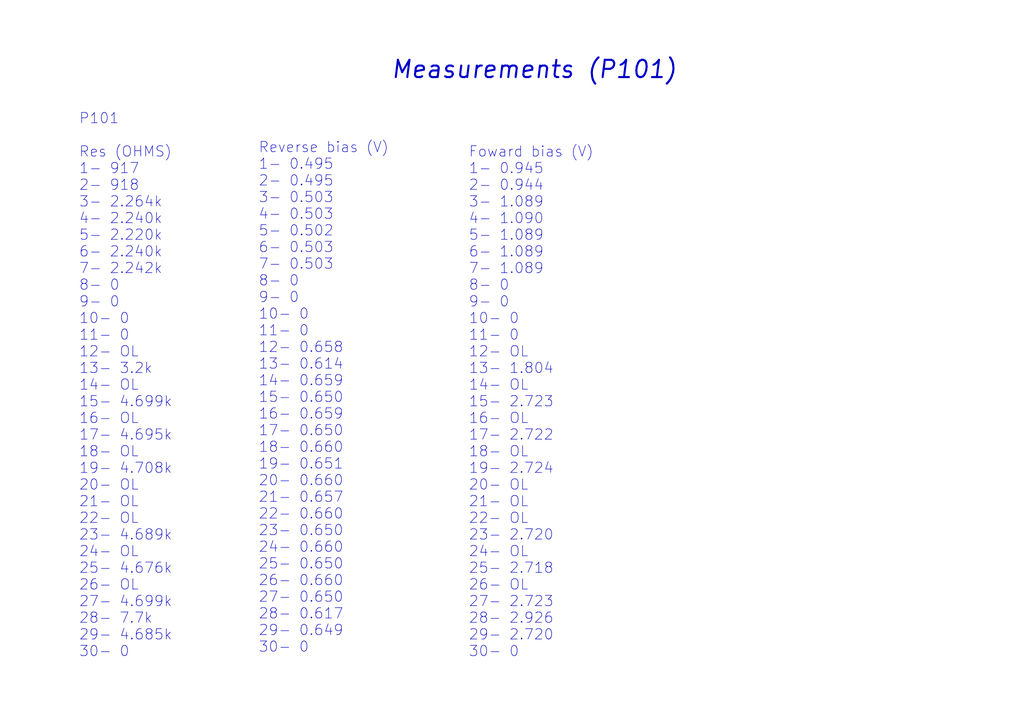
<source format=kicad_sch>
(kicad_sch
	(version 20231120)
	(generator "eeschema")
	(generator_version "8.0")
	(uuid "07e1acc1-4c7d-436c-9352-4e348181d492")
	(paper "A4")
	(title_block
		(title "Y BOARD LG PLASMA TV PANEL")
		(date "2025-03-24")
		(rev "1.0")
		(comment 1 "Author: Fábio Pereira da Silva")
		(comment 2 "Measurements (P101)")
	)
	(lib_symbols)
	(text "\n\nReverse bias (V)\n1- 0.495\n2- 0.495\n3- 0.503\n4- 0.503\n5- 0.502\n6- 0.503\n7- 0.503\n8- 0\n9- 0\n10- 0\n11- 0\n12- 0.658\n13- 0.614\n14- 0.659\n15- 0.650\n16- 0.659\n17- 0.650\n18- 0.660\n19- 0.651\n20- 0.660\n21- 0.657\n22- 0.660\n23- 0.650\n24- 0.660\n25- 0.650\n26- 0.660\n27- 0.650\n28- 0.617\n29- 0.649\n30- 0"
		(exclude_from_sim no)
		(at 74.93 110.49 0)
		(effects
			(font
				(size 3 3)
			)
			(justify left)
		)
		(uuid "713f817f-521d-4ae6-8cdf-9dae847f08ef")
	)
	(text "Measurements (P101)"
		(exclude_from_sim no)
		(at 154.94 20.32 0)
		(effects
			(font
				(size 5 5)
				(thickness 0.6)
				(bold yes)
				(italic yes)
			)
		)
		(uuid "90443a18-6fd9-451b-a502-3d8d2e1d64a6")
	)
	(text "\n\nFoward bias (V)\n1- 0.945\n2- 0.944\n3- 1.089\n4- 1.090\n5- 1.089\n6- 1.089\n7- 1.089\n8- 0\n9- 0\n10- 0\n11- 0\n12- OL\n13- 1.804\n14- OL\n15- 2.723\n16- OL\n17- 2.722\n18- OL\n19- 2.724\n20- OL\n21- OL\n22- OL\n23- 2.720\n24- OL\n25- 2.718\n26- OL\n27- 2.723\n28- 2.926\n29- 2.720\n30- 0"
		(exclude_from_sim no)
		(at 135.89 111.76 0)
		(effects
			(font
				(size 3 3)
			)
			(justify left)
		)
		(uuid "ab75ac1c-6e65-420c-bff7-a734ea026c07")
	)
	(text "P101\n\nRes (OHMS)\n1- 917\n2- 918\n3- 2.264k\n4- 2.240k\n5- 2.220k\n6- 2.240k\n7- 2.242k\n8- 0\n9- 0\n10- 0\n11- 0\n12- OL\n13- 3.2k\n14- OL\n15- 4.699k\n16- OL\n17- 4.695k\n18- OL\n19- 4.708k\n20- OL\n21- OL\n22- OL\n23- 4.689k\n24- OL\n25- 4.676k\n26- OL\n27- 4.699k\n28- 7.7k\n29- 4.685k\n30- 0"
		(exclude_from_sim no)
		(at 22.86 111.76 0)
		(effects
			(font
				(size 3 3)
			)
			(justify left)
		)
		(uuid "d1479c9e-e380-4793-9df7-ee6167222dbf")
	)
)

</source>
